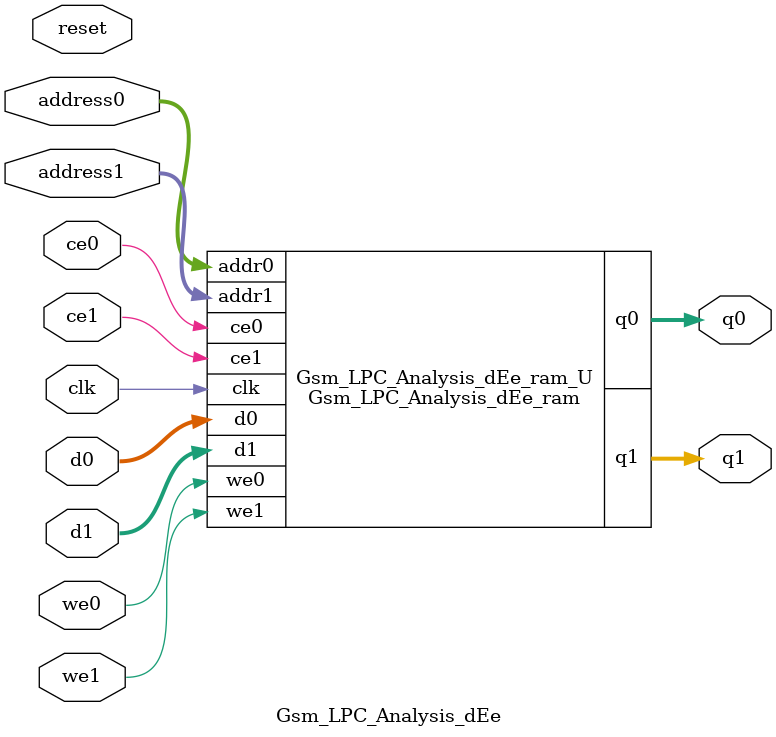
<source format=v>
`timescale 1 ns / 1 ps
module Gsm_LPC_Analysis_dEe_ram (addr0, ce0, d0, we0, q0, addr1, ce1, d1, we1, q1,  clk);

parameter DWIDTH = 64;
parameter AWIDTH = 4;
parameter MEM_SIZE = 9;

input[AWIDTH-1:0] addr0;
input ce0;
input[DWIDTH-1:0] d0;
input we0;
output reg[DWIDTH-1:0] q0;
input[AWIDTH-1:0] addr1;
input ce1;
input[DWIDTH-1:0] d1;
input we1;
output reg[DWIDTH-1:0] q1;
input clk;

(* ram_style = "block" *)reg [DWIDTH-1:0] ram[0:MEM_SIZE-1];




always @(posedge clk)  
begin 
    if (ce0) begin
        if (we0) 
            ram[addr0] <= d0; 
        q0 <= ram[addr0];
    end
end


always @(posedge clk)  
begin 
    if (ce1) begin
        if (we1) 
            ram[addr1] <= d1; 
        q1 <= ram[addr1];
    end
end


endmodule

`timescale 1 ns / 1 ps
module Gsm_LPC_Analysis_dEe(
    reset,
    clk,
    address0,
    ce0,
    we0,
    d0,
    q0,
    address1,
    ce1,
    we1,
    d1,
    q1);

parameter DataWidth = 32'd64;
parameter AddressRange = 32'd9;
parameter AddressWidth = 32'd4;
input reset;
input clk;
input[AddressWidth - 1:0] address0;
input ce0;
input we0;
input[DataWidth - 1:0] d0;
output[DataWidth - 1:0] q0;
input[AddressWidth - 1:0] address1;
input ce1;
input we1;
input[DataWidth - 1:0] d1;
output[DataWidth - 1:0] q1;



Gsm_LPC_Analysis_dEe_ram Gsm_LPC_Analysis_dEe_ram_U(
    .clk( clk ),
    .addr0( address0 ),
    .ce0( ce0 ),
    .we0( we0 ),
    .d0( d0 ),
    .q0( q0 ),
    .addr1( address1 ),
    .ce1( ce1 ),
    .we1( we1 ),
    .d1( d1 ),
    .q1( q1 ));

endmodule


</source>
